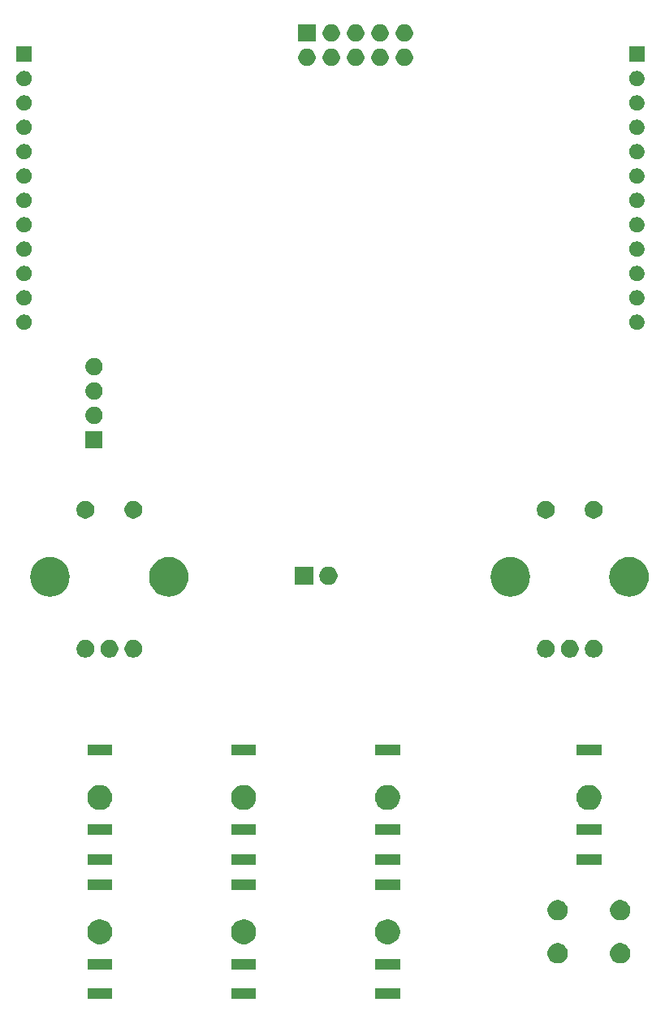
<source format=gbr>
G04 #@! TF.GenerationSoftware,KiCad,Pcbnew,(5.1.4)-1*
G04 #@! TF.CreationDate,2019-09-13T11:08:06+01:00*
G04 #@! TF.ProjectId,oscar,6f736361-722e-46b6-9963-61645f706362,rev?*
G04 #@! TF.SameCoordinates,Original*
G04 #@! TF.FileFunction,Soldermask,Top*
G04 #@! TF.FilePolarity,Negative*
%FSLAX46Y46*%
G04 Gerber Fmt 4.6, Leading zero omitted, Abs format (unit mm)*
G04 Created by KiCad (PCBNEW (5.1.4)-1) date 2019-09-13 11:08:06*
%MOMM*%
%LPD*%
G04 APERTURE LIST*
%ADD10C,0.100000*%
G04 APERTURE END LIST*
D10*
G36*
X166301000Y-158031000D02*
G01*
X163699000Y-158031000D01*
X163699000Y-156929000D01*
X166301000Y-156929000D01*
X166301000Y-158031000D01*
X166301000Y-158031000D01*
G37*
G36*
X151301000Y-158031000D02*
G01*
X148699000Y-158031000D01*
X148699000Y-156929000D01*
X151301000Y-156929000D01*
X151301000Y-158031000D01*
X151301000Y-158031000D01*
G37*
G36*
X136301000Y-158031000D02*
G01*
X133699000Y-158031000D01*
X133699000Y-156929000D01*
X136301000Y-156929000D01*
X136301000Y-158031000D01*
X136301000Y-158031000D01*
G37*
G36*
X136301000Y-154931000D02*
G01*
X133699000Y-154931000D01*
X133699000Y-153829000D01*
X136301000Y-153829000D01*
X136301000Y-154931000D01*
X136301000Y-154931000D01*
G37*
G36*
X166301000Y-154931000D02*
G01*
X163699000Y-154931000D01*
X163699000Y-153829000D01*
X166301000Y-153829000D01*
X166301000Y-154931000D01*
X166301000Y-154931000D01*
G37*
G36*
X151301000Y-154931000D02*
G01*
X148699000Y-154931000D01*
X148699000Y-153829000D01*
X151301000Y-153829000D01*
X151301000Y-154931000D01*
X151301000Y-154931000D01*
G37*
G36*
X189556564Y-152239389D02*
G01*
X189747833Y-152318615D01*
X189747835Y-152318616D01*
X189919973Y-152433635D01*
X190066365Y-152580027D01*
X190181385Y-152752167D01*
X190260611Y-152943436D01*
X190301000Y-153146484D01*
X190301000Y-153353516D01*
X190260611Y-153556564D01*
X190181385Y-153747833D01*
X190181384Y-153747835D01*
X190066365Y-153919973D01*
X189919973Y-154066365D01*
X189747835Y-154181384D01*
X189747834Y-154181385D01*
X189747833Y-154181385D01*
X189556564Y-154260611D01*
X189353516Y-154301000D01*
X189146484Y-154301000D01*
X188943436Y-154260611D01*
X188752167Y-154181385D01*
X188752166Y-154181385D01*
X188752165Y-154181384D01*
X188580027Y-154066365D01*
X188433635Y-153919973D01*
X188318616Y-153747835D01*
X188318615Y-153747833D01*
X188239389Y-153556564D01*
X188199000Y-153353516D01*
X188199000Y-153146484D01*
X188239389Y-152943436D01*
X188318615Y-152752167D01*
X188433635Y-152580027D01*
X188580027Y-152433635D01*
X188752165Y-152318616D01*
X188752167Y-152318615D01*
X188943436Y-152239389D01*
X189146484Y-152199000D01*
X189353516Y-152199000D01*
X189556564Y-152239389D01*
X189556564Y-152239389D01*
G37*
G36*
X183056564Y-152239389D02*
G01*
X183247833Y-152318615D01*
X183247835Y-152318616D01*
X183419973Y-152433635D01*
X183566365Y-152580027D01*
X183681385Y-152752167D01*
X183760611Y-152943436D01*
X183801000Y-153146484D01*
X183801000Y-153353516D01*
X183760611Y-153556564D01*
X183681385Y-153747833D01*
X183681384Y-153747835D01*
X183566365Y-153919973D01*
X183419973Y-154066365D01*
X183247835Y-154181384D01*
X183247834Y-154181385D01*
X183247833Y-154181385D01*
X183056564Y-154260611D01*
X182853516Y-154301000D01*
X182646484Y-154301000D01*
X182443436Y-154260611D01*
X182252167Y-154181385D01*
X182252166Y-154181385D01*
X182252165Y-154181384D01*
X182080027Y-154066365D01*
X181933635Y-153919973D01*
X181818616Y-153747835D01*
X181818615Y-153747833D01*
X181739389Y-153556564D01*
X181699000Y-153353516D01*
X181699000Y-153146484D01*
X181739389Y-152943436D01*
X181818615Y-152752167D01*
X181933635Y-152580027D01*
X182080027Y-152433635D01*
X182252165Y-152318616D01*
X182252167Y-152318615D01*
X182443436Y-152239389D01*
X182646484Y-152199000D01*
X182853516Y-152199000D01*
X183056564Y-152239389D01*
X183056564Y-152239389D01*
G37*
G36*
X150379487Y-149748996D02*
G01*
X150616253Y-149847068D01*
X150616255Y-149847069D01*
X150829339Y-149989447D01*
X151010553Y-150170661D01*
X151152932Y-150383747D01*
X151251004Y-150620513D01*
X151301000Y-150871861D01*
X151301000Y-151128139D01*
X151251004Y-151379487D01*
X151152932Y-151616253D01*
X151152931Y-151616255D01*
X151010553Y-151829339D01*
X150829339Y-152010553D01*
X150616255Y-152152931D01*
X150616254Y-152152932D01*
X150616253Y-152152932D01*
X150379487Y-152251004D01*
X150128139Y-152301000D01*
X149871861Y-152301000D01*
X149620513Y-152251004D01*
X149383747Y-152152932D01*
X149383746Y-152152932D01*
X149383745Y-152152931D01*
X149170661Y-152010553D01*
X148989447Y-151829339D01*
X148847069Y-151616255D01*
X148847068Y-151616253D01*
X148748996Y-151379487D01*
X148699000Y-151128139D01*
X148699000Y-150871861D01*
X148748996Y-150620513D01*
X148847068Y-150383747D01*
X148989447Y-150170661D01*
X149170661Y-149989447D01*
X149383745Y-149847069D01*
X149383747Y-149847068D01*
X149620513Y-149748996D01*
X149871861Y-149699000D01*
X150128139Y-149699000D01*
X150379487Y-149748996D01*
X150379487Y-149748996D01*
G37*
G36*
X135379487Y-149748996D02*
G01*
X135616253Y-149847068D01*
X135616255Y-149847069D01*
X135829339Y-149989447D01*
X136010553Y-150170661D01*
X136152932Y-150383747D01*
X136251004Y-150620513D01*
X136301000Y-150871861D01*
X136301000Y-151128139D01*
X136251004Y-151379487D01*
X136152932Y-151616253D01*
X136152931Y-151616255D01*
X136010553Y-151829339D01*
X135829339Y-152010553D01*
X135616255Y-152152931D01*
X135616254Y-152152932D01*
X135616253Y-152152932D01*
X135379487Y-152251004D01*
X135128139Y-152301000D01*
X134871861Y-152301000D01*
X134620513Y-152251004D01*
X134383747Y-152152932D01*
X134383746Y-152152932D01*
X134383745Y-152152931D01*
X134170661Y-152010553D01*
X133989447Y-151829339D01*
X133847069Y-151616255D01*
X133847068Y-151616253D01*
X133748996Y-151379487D01*
X133699000Y-151128139D01*
X133699000Y-150871861D01*
X133748996Y-150620513D01*
X133847068Y-150383747D01*
X133989447Y-150170661D01*
X134170661Y-149989447D01*
X134383745Y-149847069D01*
X134383747Y-149847068D01*
X134620513Y-149748996D01*
X134871861Y-149699000D01*
X135128139Y-149699000D01*
X135379487Y-149748996D01*
X135379487Y-149748996D01*
G37*
G36*
X165379487Y-149748996D02*
G01*
X165616253Y-149847068D01*
X165616255Y-149847069D01*
X165829339Y-149989447D01*
X166010553Y-150170661D01*
X166152932Y-150383747D01*
X166251004Y-150620513D01*
X166301000Y-150871861D01*
X166301000Y-151128139D01*
X166251004Y-151379487D01*
X166152932Y-151616253D01*
X166152931Y-151616255D01*
X166010553Y-151829339D01*
X165829339Y-152010553D01*
X165616255Y-152152931D01*
X165616254Y-152152932D01*
X165616253Y-152152932D01*
X165379487Y-152251004D01*
X165128139Y-152301000D01*
X164871861Y-152301000D01*
X164620513Y-152251004D01*
X164383747Y-152152932D01*
X164383746Y-152152932D01*
X164383745Y-152152931D01*
X164170661Y-152010553D01*
X163989447Y-151829339D01*
X163847069Y-151616255D01*
X163847068Y-151616253D01*
X163748996Y-151379487D01*
X163699000Y-151128139D01*
X163699000Y-150871861D01*
X163748996Y-150620513D01*
X163847068Y-150383747D01*
X163989447Y-150170661D01*
X164170661Y-149989447D01*
X164383745Y-149847069D01*
X164383747Y-149847068D01*
X164620513Y-149748996D01*
X164871861Y-149699000D01*
X165128139Y-149699000D01*
X165379487Y-149748996D01*
X165379487Y-149748996D01*
G37*
G36*
X189556564Y-147739389D02*
G01*
X189747833Y-147818615D01*
X189747835Y-147818616D01*
X189919973Y-147933635D01*
X190066365Y-148080027D01*
X190181385Y-148252167D01*
X190260611Y-148443436D01*
X190301000Y-148646484D01*
X190301000Y-148853516D01*
X190260611Y-149056564D01*
X190181385Y-149247833D01*
X190181384Y-149247835D01*
X190066365Y-149419973D01*
X189919973Y-149566365D01*
X189747835Y-149681384D01*
X189747834Y-149681385D01*
X189747833Y-149681385D01*
X189556564Y-149760611D01*
X189353516Y-149801000D01*
X189146484Y-149801000D01*
X188943436Y-149760611D01*
X188752167Y-149681385D01*
X188752166Y-149681385D01*
X188752165Y-149681384D01*
X188580027Y-149566365D01*
X188433635Y-149419973D01*
X188318616Y-149247835D01*
X188318615Y-149247833D01*
X188239389Y-149056564D01*
X188199000Y-148853516D01*
X188199000Y-148646484D01*
X188239389Y-148443436D01*
X188318615Y-148252167D01*
X188433635Y-148080027D01*
X188580027Y-147933635D01*
X188752165Y-147818616D01*
X188752167Y-147818615D01*
X188943436Y-147739389D01*
X189146484Y-147699000D01*
X189353516Y-147699000D01*
X189556564Y-147739389D01*
X189556564Y-147739389D01*
G37*
G36*
X183056564Y-147739389D02*
G01*
X183247833Y-147818615D01*
X183247835Y-147818616D01*
X183419973Y-147933635D01*
X183566365Y-148080027D01*
X183681385Y-148252167D01*
X183760611Y-148443436D01*
X183801000Y-148646484D01*
X183801000Y-148853516D01*
X183760611Y-149056564D01*
X183681385Y-149247833D01*
X183681384Y-149247835D01*
X183566365Y-149419973D01*
X183419973Y-149566365D01*
X183247835Y-149681384D01*
X183247834Y-149681385D01*
X183247833Y-149681385D01*
X183056564Y-149760611D01*
X182853516Y-149801000D01*
X182646484Y-149801000D01*
X182443436Y-149760611D01*
X182252167Y-149681385D01*
X182252166Y-149681385D01*
X182252165Y-149681384D01*
X182080027Y-149566365D01*
X181933635Y-149419973D01*
X181818616Y-149247835D01*
X181818615Y-149247833D01*
X181739389Y-149056564D01*
X181699000Y-148853516D01*
X181699000Y-148646484D01*
X181739389Y-148443436D01*
X181818615Y-148252167D01*
X181933635Y-148080027D01*
X182080027Y-147933635D01*
X182252165Y-147818616D01*
X182252167Y-147818615D01*
X182443436Y-147739389D01*
X182646484Y-147699000D01*
X182853516Y-147699000D01*
X183056564Y-147739389D01*
X183056564Y-147739389D01*
G37*
G36*
X166301000Y-146631000D02*
G01*
X163699000Y-146631000D01*
X163699000Y-145529000D01*
X166301000Y-145529000D01*
X166301000Y-146631000D01*
X166301000Y-146631000D01*
G37*
G36*
X136301000Y-146631000D02*
G01*
X133699000Y-146631000D01*
X133699000Y-145529000D01*
X136301000Y-145529000D01*
X136301000Y-146631000D01*
X136301000Y-146631000D01*
G37*
G36*
X151301000Y-146631000D02*
G01*
X148699000Y-146631000D01*
X148699000Y-145529000D01*
X151301000Y-145529000D01*
X151301000Y-146631000D01*
X151301000Y-146631000D01*
G37*
G36*
X166301000Y-144031000D02*
G01*
X163699000Y-144031000D01*
X163699000Y-142929000D01*
X166301000Y-142929000D01*
X166301000Y-144031000D01*
X166301000Y-144031000D01*
G37*
G36*
X136301000Y-144031000D02*
G01*
X133699000Y-144031000D01*
X133699000Y-142929000D01*
X136301000Y-142929000D01*
X136301000Y-144031000D01*
X136301000Y-144031000D01*
G37*
G36*
X187301000Y-144031000D02*
G01*
X184699000Y-144031000D01*
X184699000Y-142929000D01*
X187301000Y-142929000D01*
X187301000Y-144031000D01*
X187301000Y-144031000D01*
G37*
G36*
X151301000Y-144031000D02*
G01*
X148699000Y-144031000D01*
X148699000Y-142929000D01*
X151301000Y-142929000D01*
X151301000Y-144031000D01*
X151301000Y-144031000D01*
G37*
G36*
X136301000Y-140931000D02*
G01*
X133699000Y-140931000D01*
X133699000Y-139829000D01*
X136301000Y-139829000D01*
X136301000Y-140931000D01*
X136301000Y-140931000D01*
G37*
G36*
X151301000Y-140931000D02*
G01*
X148699000Y-140931000D01*
X148699000Y-139829000D01*
X151301000Y-139829000D01*
X151301000Y-140931000D01*
X151301000Y-140931000D01*
G37*
G36*
X187301000Y-140931000D02*
G01*
X184699000Y-140931000D01*
X184699000Y-139829000D01*
X187301000Y-139829000D01*
X187301000Y-140931000D01*
X187301000Y-140931000D01*
G37*
G36*
X166301000Y-140931000D02*
G01*
X163699000Y-140931000D01*
X163699000Y-139829000D01*
X166301000Y-139829000D01*
X166301000Y-140931000D01*
X166301000Y-140931000D01*
G37*
G36*
X135379487Y-135748996D02*
G01*
X135616253Y-135847068D01*
X135616255Y-135847069D01*
X135829339Y-135989447D01*
X136010553Y-136170661D01*
X136152932Y-136383747D01*
X136251004Y-136620513D01*
X136301000Y-136871861D01*
X136301000Y-137128139D01*
X136251004Y-137379487D01*
X136152932Y-137616253D01*
X136152931Y-137616255D01*
X136010553Y-137829339D01*
X135829339Y-138010553D01*
X135616255Y-138152931D01*
X135616254Y-138152932D01*
X135616253Y-138152932D01*
X135379487Y-138251004D01*
X135128139Y-138301000D01*
X134871861Y-138301000D01*
X134620513Y-138251004D01*
X134383747Y-138152932D01*
X134383746Y-138152932D01*
X134383745Y-138152931D01*
X134170661Y-138010553D01*
X133989447Y-137829339D01*
X133847069Y-137616255D01*
X133847068Y-137616253D01*
X133748996Y-137379487D01*
X133699000Y-137128139D01*
X133699000Y-136871861D01*
X133748996Y-136620513D01*
X133847068Y-136383747D01*
X133989447Y-136170661D01*
X134170661Y-135989447D01*
X134383745Y-135847069D01*
X134383747Y-135847068D01*
X134620513Y-135748996D01*
X134871861Y-135699000D01*
X135128139Y-135699000D01*
X135379487Y-135748996D01*
X135379487Y-135748996D01*
G37*
G36*
X186379487Y-135748996D02*
G01*
X186616253Y-135847068D01*
X186616255Y-135847069D01*
X186829339Y-135989447D01*
X187010553Y-136170661D01*
X187152932Y-136383747D01*
X187251004Y-136620513D01*
X187301000Y-136871861D01*
X187301000Y-137128139D01*
X187251004Y-137379487D01*
X187152932Y-137616253D01*
X187152931Y-137616255D01*
X187010553Y-137829339D01*
X186829339Y-138010553D01*
X186616255Y-138152931D01*
X186616254Y-138152932D01*
X186616253Y-138152932D01*
X186379487Y-138251004D01*
X186128139Y-138301000D01*
X185871861Y-138301000D01*
X185620513Y-138251004D01*
X185383747Y-138152932D01*
X185383746Y-138152932D01*
X185383745Y-138152931D01*
X185170661Y-138010553D01*
X184989447Y-137829339D01*
X184847069Y-137616255D01*
X184847068Y-137616253D01*
X184748996Y-137379487D01*
X184699000Y-137128139D01*
X184699000Y-136871861D01*
X184748996Y-136620513D01*
X184847068Y-136383747D01*
X184989447Y-136170661D01*
X185170661Y-135989447D01*
X185383745Y-135847069D01*
X185383747Y-135847068D01*
X185620513Y-135748996D01*
X185871861Y-135699000D01*
X186128139Y-135699000D01*
X186379487Y-135748996D01*
X186379487Y-135748996D01*
G37*
G36*
X165379487Y-135748996D02*
G01*
X165616253Y-135847068D01*
X165616255Y-135847069D01*
X165829339Y-135989447D01*
X166010553Y-136170661D01*
X166152932Y-136383747D01*
X166251004Y-136620513D01*
X166301000Y-136871861D01*
X166301000Y-137128139D01*
X166251004Y-137379487D01*
X166152932Y-137616253D01*
X166152931Y-137616255D01*
X166010553Y-137829339D01*
X165829339Y-138010553D01*
X165616255Y-138152931D01*
X165616254Y-138152932D01*
X165616253Y-138152932D01*
X165379487Y-138251004D01*
X165128139Y-138301000D01*
X164871861Y-138301000D01*
X164620513Y-138251004D01*
X164383747Y-138152932D01*
X164383746Y-138152932D01*
X164383745Y-138152931D01*
X164170661Y-138010553D01*
X163989447Y-137829339D01*
X163847069Y-137616255D01*
X163847068Y-137616253D01*
X163748996Y-137379487D01*
X163699000Y-137128139D01*
X163699000Y-136871861D01*
X163748996Y-136620513D01*
X163847068Y-136383747D01*
X163989447Y-136170661D01*
X164170661Y-135989447D01*
X164383745Y-135847069D01*
X164383747Y-135847068D01*
X164620513Y-135748996D01*
X164871861Y-135699000D01*
X165128139Y-135699000D01*
X165379487Y-135748996D01*
X165379487Y-135748996D01*
G37*
G36*
X150379487Y-135748996D02*
G01*
X150616253Y-135847068D01*
X150616255Y-135847069D01*
X150829339Y-135989447D01*
X151010553Y-136170661D01*
X151152932Y-136383747D01*
X151251004Y-136620513D01*
X151301000Y-136871861D01*
X151301000Y-137128139D01*
X151251004Y-137379487D01*
X151152932Y-137616253D01*
X151152931Y-137616255D01*
X151010553Y-137829339D01*
X150829339Y-138010553D01*
X150616255Y-138152931D01*
X150616254Y-138152932D01*
X150616253Y-138152932D01*
X150379487Y-138251004D01*
X150128139Y-138301000D01*
X149871861Y-138301000D01*
X149620513Y-138251004D01*
X149383747Y-138152932D01*
X149383746Y-138152932D01*
X149383745Y-138152931D01*
X149170661Y-138010553D01*
X148989447Y-137829339D01*
X148847069Y-137616255D01*
X148847068Y-137616253D01*
X148748996Y-137379487D01*
X148699000Y-137128139D01*
X148699000Y-136871861D01*
X148748996Y-136620513D01*
X148847068Y-136383747D01*
X148989447Y-136170661D01*
X149170661Y-135989447D01*
X149383745Y-135847069D01*
X149383747Y-135847068D01*
X149620513Y-135748996D01*
X149871861Y-135699000D01*
X150128139Y-135699000D01*
X150379487Y-135748996D01*
X150379487Y-135748996D01*
G37*
G36*
X166301000Y-132631000D02*
G01*
X163699000Y-132631000D01*
X163699000Y-131529000D01*
X166301000Y-131529000D01*
X166301000Y-132631000D01*
X166301000Y-132631000D01*
G37*
G36*
X136301000Y-132631000D02*
G01*
X133699000Y-132631000D01*
X133699000Y-131529000D01*
X136301000Y-131529000D01*
X136301000Y-132631000D01*
X136301000Y-132631000D01*
G37*
G36*
X151301000Y-132631000D02*
G01*
X148699000Y-132631000D01*
X148699000Y-131529000D01*
X151301000Y-131529000D01*
X151301000Y-132631000D01*
X151301000Y-132631000D01*
G37*
G36*
X187301000Y-132631000D02*
G01*
X184699000Y-132631000D01*
X184699000Y-131529000D01*
X187301000Y-131529000D01*
X187301000Y-132631000D01*
X187301000Y-132631000D01*
G37*
G36*
X133770104Y-120609585D02*
G01*
X133938626Y-120679389D01*
X134090291Y-120780728D01*
X134219272Y-120909709D01*
X134320611Y-121061374D01*
X134390415Y-121229896D01*
X134426000Y-121408797D01*
X134426000Y-121591203D01*
X134390415Y-121770104D01*
X134320611Y-121938626D01*
X134219272Y-122090291D01*
X134090291Y-122219272D01*
X133938626Y-122320611D01*
X133770104Y-122390415D01*
X133591203Y-122426000D01*
X133408797Y-122426000D01*
X133229896Y-122390415D01*
X133061374Y-122320611D01*
X132909709Y-122219272D01*
X132780728Y-122090291D01*
X132679389Y-121938626D01*
X132609585Y-121770104D01*
X132574000Y-121591203D01*
X132574000Y-121408797D01*
X132609585Y-121229896D01*
X132679389Y-121061374D01*
X132780728Y-120909709D01*
X132909709Y-120780728D01*
X133061374Y-120679389D01*
X133229896Y-120609585D01*
X133408797Y-120574000D01*
X133591203Y-120574000D01*
X133770104Y-120609585D01*
X133770104Y-120609585D01*
G37*
G36*
X136270104Y-120609585D02*
G01*
X136438626Y-120679389D01*
X136590291Y-120780728D01*
X136719272Y-120909709D01*
X136820611Y-121061374D01*
X136890415Y-121229896D01*
X136926000Y-121408797D01*
X136926000Y-121591203D01*
X136890415Y-121770104D01*
X136820611Y-121938626D01*
X136719272Y-122090291D01*
X136590291Y-122219272D01*
X136438626Y-122320611D01*
X136270104Y-122390415D01*
X136091203Y-122426000D01*
X135908797Y-122426000D01*
X135729896Y-122390415D01*
X135561374Y-122320611D01*
X135409709Y-122219272D01*
X135280728Y-122090291D01*
X135179389Y-121938626D01*
X135109585Y-121770104D01*
X135074000Y-121591203D01*
X135074000Y-121408797D01*
X135109585Y-121229896D01*
X135179389Y-121061374D01*
X135280728Y-120909709D01*
X135409709Y-120780728D01*
X135561374Y-120679389D01*
X135729896Y-120609585D01*
X135908797Y-120574000D01*
X136091203Y-120574000D01*
X136270104Y-120609585D01*
X136270104Y-120609585D01*
G37*
G36*
X138770104Y-120609585D02*
G01*
X138938626Y-120679389D01*
X139090291Y-120780728D01*
X139219272Y-120909709D01*
X139320611Y-121061374D01*
X139390415Y-121229896D01*
X139426000Y-121408797D01*
X139426000Y-121591203D01*
X139390415Y-121770104D01*
X139320611Y-121938626D01*
X139219272Y-122090291D01*
X139090291Y-122219272D01*
X138938626Y-122320611D01*
X138770104Y-122390415D01*
X138591203Y-122426000D01*
X138408797Y-122426000D01*
X138229896Y-122390415D01*
X138061374Y-122320611D01*
X137909709Y-122219272D01*
X137780728Y-122090291D01*
X137679389Y-121938626D01*
X137609585Y-121770104D01*
X137574000Y-121591203D01*
X137574000Y-121408797D01*
X137609585Y-121229896D01*
X137679389Y-121061374D01*
X137780728Y-120909709D01*
X137909709Y-120780728D01*
X138061374Y-120679389D01*
X138229896Y-120609585D01*
X138408797Y-120574000D01*
X138591203Y-120574000D01*
X138770104Y-120609585D01*
X138770104Y-120609585D01*
G37*
G36*
X181770104Y-120609585D02*
G01*
X181938626Y-120679389D01*
X182090291Y-120780728D01*
X182219272Y-120909709D01*
X182320611Y-121061374D01*
X182390415Y-121229896D01*
X182426000Y-121408797D01*
X182426000Y-121591203D01*
X182390415Y-121770104D01*
X182320611Y-121938626D01*
X182219272Y-122090291D01*
X182090291Y-122219272D01*
X181938626Y-122320611D01*
X181770104Y-122390415D01*
X181591203Y-122426000D01*
X181408797Y-122426000D01*
X181229896Y-122390415D01*
X181061374Y-122320611D01*
X180909709Y-122219272D01*
X180780728Y-122090291D01*
X180679389Y-121938626D01*
X180609585Y-121770104D01*
X180574000Y-121591203D01*
X180574000Y-121408797D01*
X180609585Y-121229896D01*
X180679389Y-121061374D01*
X180780728Y-120909709D01*
X180909709Y-120780728D01*
X181061374Y-120679389D01*
X181229896Y-120609585D01*
X181408797Y-120574000D01*
X181591203Y-120574000D01*
X181770104Y-120609585D01*
X181770104Y-120609585D01*
G37*
G36*
X184270104Y-120609585D02*
G01*
X184438626Y-120679389D01*
X184590291Y-120780728D01*
X184719272Y-120909709D01*
X184820611Y-121061374D01*
X184890415Y-121229896D01*
X184926000Y-121408797D01*
X184926000Y-121591203D01*
X184890415Y-121770104D01*
X184820611Y-121938626D01*
X184719272Y-122090291D01*
X184590291Y-122219272D01*
X184438626Y-122320611D01*
X184270104Y-122390415D01*
X184091203Y-122426000D01*
X183908797Y-122426000D01*
X183729896Y-122390415D01*
X183561374Y-122320611D01*
X183409709Y-122219272D01*
X183280728Y-122090291D01*
X183179389Y-121938626D01*
X183109585Y-121770104D01*
X183074000Y-121591203D01*
X183074000Y-121408797D01*
X183109585Y-121229896D01*
X183179389Y-121061374D01*
X183280728Y-120909709D01*
X183409709Y-120780728D01*
X183561374Y-120679389D01*
X183729896Y-120609585D01*
X183908797Y-120574000D01*
X184091203Y-120574000D01*
X184270104Y-120609585D01*
X184270104Y-120609585D01*
G37*
G36*
X186770104Y-120609585D02*
G01*
X186938626Y-120679389D01*
X187090291Y-120780728D01*
X187219272Y-120909709D01*
X187320611Y-121061374D01*
X187390415Y-121229896D01*
X187426000Y-121408797D01*
X187426000Y-121591203D01*
X187390415Y-121770104D01*
X187320611Y-121938626D01*
X187219272Y-122090291D01*
X187090291Y-122219272D01*
X186938626Y-122320611D01*
X186770104Y-122390415D01*
X186591203Y-122426000D01*
X186408797Y-122426000D01*
X186229896Y-122390415D01*
X186061374Y-122320611D01*
X185909709Y-122219272D01*
X185780728Y-122090291D01*
X185679389Y-121938626D01*
X185609585Y-121770104D01*
X185574000Y-121591203D01*
X185574000Y-121408797D01*
X185609585Y-121229896D01*
X185679389Y-121061374D01*
X185780728Y-120909709D01*
X185909709Y-120780728D01*
X186061374Y-120679389D01*
X186229896Y-120609585D01*
X186408797Y-120574000D01*
X186591203Y-120574000D01*
X186770104Y-120609585D01*
X186770104Y-120609585D01*
G37*
G36*
X190401189Y-111958892D02*
G01*
X190602066Y-111978677D01*
X190988681Y-112095955D01*
X190988684Y-112095956D01*
X191344983Y-112286402D01*
X191344986Y-112286404D01*
X191344987Y-112286405D01*
X191657293Y-112542707D01*
X191913595Y-112855013D01*
X191913598Y-112855017D01*
X192104044Y-113211316D01*
X192104045Y-113211319D01*
X192221323Y-113597934D01*
X192260923Y-114000000D01*
X192221323Y-114402066D01*
X192189726Y-114506227D01*
X192104044Y-114788684D01*
X191913598Y-115144983D01*
X191913596Y-115144986D01*
X191913595Y-115144987D01*
X191657293Y-115457293D01*
X191344987Y-115713595D01*
X191344983Y-115713598D01*
X190988684Y-115904044D01*
X190988681Y-115904045D01*
X190602066Y-116021323D01*
X190401189Y-116041108D01*
X190300751Y-116051000D01*
X190099249Y-116051000D01*
X189998811Y-116041108D01*
X189797934Y-116021323D01*
X189411319Y-115904045D01*
X189411316Y-115904044D01*
X189055017Y-115713598D01*
X189055013Y-115713595D01*
X188742707Y-115457293D01*
X188486405Y-115144987D01*
X188486404Y-115144986D01*
X188486402Y-115144983D01*
X188295956Y-114788684D01*
X188210274Y-114506227D01*
X188178677Y-114402066D01*
X188139077Y-114000000D01*
X188178677Y-113597934D01*
X188295955Y-113211319D01*
X188295956Y-113211316D01*
X188486402Y-112855017D01*
X188486405Y-112855013D01*
X188742707Y-112542707D01*
X189055013Y-112286405D01*
X189055014Y-112286404D01*
X189055017Y-112286402D01*
X189411316Y-112095956D01*
X189411319Y-112095955D01*
X189797934Y-111978677D01*
X189998811Y-111958892D01*
X190099249Y-111949000D01*
X190300751Y-111949000D01*
X190401189Y-111958892D01*
X190401189Y-111958892D01*
G37*
G36*
X142401189Y-111958892D02*
G01*
X142602066Y-111978677D01*
X142988681Y-112095955D01*
X142988684Y-112095956D01*
X143344983Y-112286402D01*
X143344986Y-112286404D01*
X143344987Y-112286405D01*
X143657293Y-112542707D01*
X143913595Y-112855013D01*
X143913598Y-112855017D01*
X144104044Y-113211316D01*
X144104045Y-113211319D01*
X144221323Y-113597934D01*
X144260923Y-114000000D01*
X144221323Y-114402066D01*
X144189726Y-114506227D01*
X144104044Y-114788684D01*
X143913598Y-115144983D01*
X143913596Y-115144986D01*
X143913595Y-115144987D01*
X143657293Y-115457293D01*
X143344987Y-115713595D01*
X143344983Y-115713598D01*
X142988684Y-115904044D01*
X142988681Y-115904045D01*
X142602066Y-116021323D01*
X142401189Y-116041108D01*
X142300751Y-116051000D01*
X142099249Y-116051000D01*
X141998811Y-116041108D01*
X141797934Y-116021323D01*
X141411319Y-115904045D01*
X141411316Y-115904044D01*
X141055017Y-115713598D01*
X141055013Y-115713595D01*
X140742707Y-115457293D01*
X140486405Y-115144987D01*
X140486404Y-115144986D01*
X140486402Y-115144983D01*
X140295956Y-114788684D01*
X140210274Y-114506227D01*
X140178677Y-114402066D01*
X140139077Y-114000000D01*
X140178677Y-113597934D01*
X140295955Y-113211319D01*
X140295956Y-113211316D01*
X140486402Y-112855017D01*
X140486405Y-112855013D01*
X140742707Y-112542707D01*
X141055013Y-112286405D01*
X141055014Y-112286404D01*
X141055017Y-112286402D01*
X141411316Y-112095956D01*
X141411319Y-112095955D01*
X141797934Y-111978677D01*
X141998811Y-111958892D01*
X142099249Y-111949000D01*
X142300751Y-111949000D01*
X142401189Y-111958892D01*
X142401189Y-111958892D01*
G37*
G36*
X130001189Y-111958892D02*
G01*
X130202066Y-111978677D01*
X130588681Y-112095955D01*
X130588684Y-112095956D01*
X130944983Y-112286402D01*
X130944986Y-112286404D01*
X130944987Y-112286405D01*
X131257293Y-112542707D01*
X131513595Y-112855013D01*
X131513598Y-112855017D01*
X131704044Y-113211316D01*
X131704045Y-113211319D01*
X131821323Y-113597934D01*
X131860923Y-114000000D01*
X131821323Y-114402066D01*
X131789726Y-114506227D01*
X131704044Y-114788684D01*
X131513598Y-115144983D01*
X131513596Y-115144986D01*
X131513595Y-115144987D01*
X131257293Y-115457293D01*
X130944987Y-115713595D01*
X130944983Y-115713598D01*
X130588684Y-115904044D01*
X130588681Y-115904045D01*
X130202066Y-116021323D01*
X130001189Y-116041108D01*
X129900751Y-116051000D01*
X129699249Y-116051000D01*
X129598811Y-116041108D01*
X129397934Y-116021323D01*
X129011319Y-115904045D01*
X129011316Y-115904044D01*
X128655017Y-115713598D01*
X128655013Y-115713595D01*
X128342707Y-115457293D01*
X128086405Y-115144987D01*
X128086404Y-115144986D01*
X128086402Y-115144983D01*
X127895956Y-114788684D01*
X127810274Y-114506227D01*
X127778677Y-114402066D01*
X127739077Y-114000000D01*
X127778677Y-113597934D01*
X127895955Y-113211319D01*
X127895956Y-113211316D01*
X128086402Y-112855017D01*
X128086405Y-112855013D01*
X128342707Y-112542707D01*
X128655013Y-112286405D01*
X128655014Y-112286404D01*
X128655017Y-112286402D01*
X129011316Y-112095956D01*
X129011319Y-112095955D01*
X129397934Y-111978677D01*
X129598811Y-111958892D01*
X129699249Y-111949000D01*
X129900751Y-111949000D01*
X130001189Y-111958892D01*
X130001189Y-111958892D01*
G37*
G36*
X178001189Y-111958892D02*
G01*
X178202066Y-111978677D01*
X178588681Y-112095955D01*
X178588684Y-112095956D01*
X178944983Y-112286402D01*
X178944986Y-112286404D01*
X178944987Y-112286405D01*
X179257293Y-112542707D01*
X179513595Y-112855013D01*
X179513598Y-112855017D01*
X179704044Y-113211316D01*
X179704045Y-113211319D01*
X179821323Y-113597934D01*
X179860923Y-114000000D01*
X179821323Y-114402066D01*
X179789726Y-114506227D01*
X179704044Y-114788684D01*
X179513598Y-115144983D01*
X179513596Y-115144986D01*
X179513595Y-115144987D01*
X179257293Y-115457293D01*
X178944987Y-115713595D01*
X178944983Y-115713598D01*
X178588684Y-115904044D01*
X178588681Y-115904045D01*
X178202066Y-116021323D01*
X178001189Y-116041108D01*
X177900751Y-116051000D01*
X177699249Y-116051000D01*
X177598811Y-116041108D01*
X177397934Y-116021323D01*
X177011319Y-115904045D01*
X177011316Y-115904044D01*
X176655017Y-115713598D01*
X176655013Y-115713595D01*
X176342707Y-115457293D01*
X176086405Y-115144987D01*
X176086404Y-115144986D01*
X176086402Y-115144983D01*
X175895956Y-114788684D01*
X175810274Y-114506227D01*
X175778677Y-114402066D01*
X175739077Y-114000000D01*
X175778677Y-113597934D01*
X175895955Y-113211319D01*
X175895956Y-113211316D01*
X176086402Y-112855017D01*
X176086405Y-112855013D01*
X176342707Y-112542707D01*
X176655013Y-112286405D01*
X176655014Y-112286404D01*
X176655017Y-112286402D01*
X177011316Y-112095956D01*
X177011319Y-112095955D01*
X177397934Y-111978677D01*
X177598811Y-111958892D01*
X177699249Y-111949000D01*
X177900751Y-111949000D01*
X178001189Y-111958892D01*
X178001189Y-111958892D01*
G37*
G36*
X157251000Y-114851000D02*
G01*
X155349000Y-114851000D01*
X155349000Y-112949000D01*
X157251000Y-112949000D01*
X157251000Y-114851000D01*
X157251000Y-114851000D01*
G37*
G36*
X159117395Y-112985546D02*
G01*
X159290466Y-113057234D01*
X159290467Y-113057235D01*
X159446227Y-113161310D01*
X159578690Y-113293773D01*
X159578691Y-113293775D01*
X159682766Y-113449534D01*
X159754454Y-113622605D01*
X159791000Y-113806333D01*
X159791000Y-113993667D01*
X159754454Y-114177395D01*
X159682766Y-114350466D01*
X159682765Y-114350467D01*
X159578690Y-114506227D01*
X159446227Y-114638690D01*
X159367818Y-114691081D01*
X159290466Y-114742766D01*
X159117395Y-114814454D01*
X158933667Y-114851000D01*
X158746333Y-114851000D01*
X158562605Y-114814454D01*
X158389534Y-114742766D01*
X158312182Y-114691081D01*
X158233773Y-114638690D01*
X158101310Y-114506227D01*
X157997235Y-114350467D01*
X157997234Y-114350466D01*
X157925546Y-114177395D01*
X157889000Y-113993667D01*
X157889000Y-113806333D01*
X157925546Y-113622605D01*
X157997234Y-113449534D01*
X158101309Y-113293775D01*
X158101310Y-113293773D01*
X158233773Y-113161310D01*
X158389533Y-113057235D01*
X158389534Y-113057234D01*
X158562605Y-112985546D01*
X158746333Y-112949000D01*
X158933667Y-112949000D01*
X159117395Y-112985546D01*
X159117395Y-112985546D01*
G37*
G36*
X138770104Y-106109585D02*
G01*
X138938626Y-106179389D01*
X139090291Y-106280728D01*
X139219272Y-106409709D01*
X139320611Y-106561374D01*
X139390415Y-106729896D01*
X139426000Y-106908797D01*
X139426000Y-107091203D01*
X139390415Y-107270104D01*
X139320611Y-107438626D01*
X139219272Y-107590291D01*
X139090291Y-107719272D01*
X138938626Y-107820611D01*
X138770104Y-107890415D01*
X138591203Y-107926000D01*
X138408797Y-107926000D01*
X138229896Y-107890415D01*
X138061374Y-107820611D01*
X137909709Y-107719272D01*
X137780728Y-107590291D01*
X137679389Y-107438626D01*
X137609585Y-107270104D01*
X137574000Y-107091203D01*
X137574000Y-106908797D01*
X137609585Y-106729896D01*
X137679389Y-106561374D01*
X137780728Y-106409709D01*
X137909709Y-106280728D01*
X138061374Y-106179389D01*
X138229896Y-106109585D01*
X138408797Y-106074000D01*
X138591203Y-106074000D01*
X138770104Y-106109585D01*
X138770104Y-106109585D01*
G37*
G36*
X181770104Y-106109585D02*
G01*
X181938626Y-106179389D01*
X182090291Y-106280728D01*
X182219272Y-106409709D01*
X182320611Y-106561374D01*
X182390415Y-106729896D01*
X182426000Y-106908797D01*
X182426000Y-107091203D01*
X182390415Y-107270104D01*
X182320611Y-107438626D01*
X182219272Y-107590291D01*
X182090291Y-107719272D01*
X181938626Y-107820611D01*
X181770104Y-107890415D01*
X181591203Y-107926000D01*
X181408797Y-107926000D01*
X181229896Y-107890415D01*
X181061374Y-107820611D01*
X180909709Y-107719272D01*
X180780728Y-107590291D01*
X180679389Y-107438626D01*
X180609585Y-107270104D01*
X180574000Y-107091203D01*
X180574000Y-106908797D01*
X180609585Y-106729896D01*
X180679389Y-106561374D01*
X180780728Y-106409709D01*
X180909709Y-106280728D01*
X181061374Y-106179389D01*
X181229896Y-106109585D01*
X181408797Y-106074000D01*
X181591203Y-106074000D01*
X181770104Y-106109585D01*
X181770104Y-106109585D01*
G37*
G36*
X133770104Y-106109585D02*
G01*
X133938626Y-106179389D01*
X134090291Y-106280728D01*
X134219272Y-106409709D01*
X134320611Y-106561374D01*
X134390415Y-106729896D01*
X134426000Y-106908797D01*
X134426000Y-107091203D01*
X134390415Y-107270104D01*
X134320611Y-107438626D01*
X134219272Y-107590291D01*
X134090291Y-107719272D01*
X133938626Y-107820611D01*
X133770104Y-107890415D01*
X133591203Y-107926000D01*
X133408797Y-107926000D01*
X133229896Y-107890415D01*
X133061374Y-107820611D01*
X132909709Y-107719272D01*
X132780728Y-107590291D01*
X132679389Y-107438626D01*
X132609585Y-107270104D01*
X132574000Y-107091203D01*
X132574000Y-106908797D01*
X132609585Y-106729896D01*
X132679389Y-106561374D01*
X132780728Y-106409709D01*
X132909709Y-106280728D01*
X133061374Y-106179389D01*
X133229896Y-106109585D01*
X133408797Y-106074000D01*
X133591203Y-106074000D01*
X133770104Y-106109585D01*
X133770104Y-106109585D01*
G37*
G36*
X186770104Y-106109585D02*
G01*
X186938626Y-106179389D01*
X187090291Y-106280728D01*
X187219272Y-106409709D01*
X187320611Y-106561374D01*
X187390415Y-106729896D01*
X187426000Y-106908797D01*
X187426000Y-107091203D01*
X187390415Y-107270104D01*
X187320611Y-107438626D01*
X187219272Y-107590291D01*
X187090291Y-107719272D01*
X186938626Y-107820611D01*
X186770104Y-107890415D01*
X186591203Y-107926000D01*
X186408797Y-107926000D01*
X186229896Y-107890415D01*
X186061374Y-107820611D01*
X185909709Y-107719272D01*
X185780728Y-107590291D01*
X185679389Y-107438626D01*
X185609585Y-107270104D01*
X185574000Y-107091203D01*
X185574000Y-106908797D01*
X185609585Y-106729896D01*
X185679389Y-106561374D01*
X185780728Y-106409709D01*
X185909709Y-106280728D01*
X186061374Y-106179389D01*
X186229896Y-106109585D01*
X186408797Y-106074000D01*
X186591203Y-106074000D01*
X186770104Y-106109585D01*
X186770104Y-106109585D01*
G37*
G36*
X135301000Y-100601000D02*
G01*
X133499000Y-100601000D01*
X133499000Y-98799000D01*
X135301000Y-98799000D01*
X135301000Y-100601000D01*
X135301000Y-100601000D01*
G37*
G36*
X134513512Y-96263927D02*
G01*
X134662812Y-96293624D01*
X134826784Y-96361544D01*
X134974354Y-96460147D01*
X135099853Y-96585646D01*
X135198456Y-96733216D01*
X135266376Y-96897188D01*
X135301000Y-97071259D01*
X135301000Y-97248741D01*
X135266376Y-97422812D01*
X135198456Y-97586784D01*
X135099853Y-97734354D01*
X134974354Y-97859853D01*
X134826784Y-97958456D01*
X134662812Y-98026376D01*
X134513512Y-98056073D01*
X134488742Y-98061000D01*
X134311258Y-98061000D01*
X134286488Y-98056073D01*
X134137188Y-98026376D01*
X133973216Y-97958456D01*
X133825646Y-97859853D01*
X133700147Y-97734354D01*
X133601544Y-97586784D01*
X133533624Y-97422812D01*
X133499000Y-97248741D01*
X133499000Y-97071259D01*
X133533624Y-96897188D01*
X133601544Y-96733216D01*
X133700147Y-96585646D01*
X133825646Y-96460147D01*
X133973216Y-96361544D01*
X134137188Y-96293624D01*
X134286488Y-96263927D01*
X134311258Y-96259000D01*
X134488742Y-96259000D01*
X134513512Y-96263927D01*
X134513512Y-96263927D01*
G37*
G36*
X134513512Y-93723927D02*
G01*
X134662812Y-93753624D01*
X134826784Y-93821544D01*
X134974354Y-93920147D01*
X135099853Y-94045646D01*
X135198456Y-94193216D01*
X135266376Y-94357188D01*
X135301000Y-94531259D01*
X135301000Y-94708741D01*
X135266376Y-94882812D01*
X135198456Y-95046784D01*
X135099853Y-95194354D01*
X134974354Y-95319853D01*
X134826784Y-95418456D01*
X134662812Y-95486376D01*
X134513512Y-95516073D01*
X134488742Y-95521000D01*
X134311258Y-95521000D01*
X134286488Y-95516073D01*
X134137188Y-95486376D01*
X133973216Y-95418456D01*
X133825646Y-95319853D01*
X133700147Y-95194354D01*
X133601544Y-95046784D01*
X133533624Y-94882812D01*
X133499000Y-94708741D01*
X133499000Y-94531259D01*
X133533624Y-94357188D01*
X133601544Y-94193216D01*
X133700147Y-94045646D01*
X133825646Y-93920147D01*
X133973216Y-93821544D01*
X134137188Y-93753624D01*
X134286488Y-93723927D01*
X134311258Y-93719000D01*
X134488742Y-93719000D01*
X134513512Y-93723927D01*
X134513512Y-93723927D01*
G37*
G36*
X134513512Y-91183927D02*
G01*
X134662812Y-91213624D01*
X134826784Y-91281544D01*
X134974354Y-91380147D01*
X135099853Y-91505646D01*
X135198456Y-91653216D01*
X135266376Y-91817188D01*
X135301000Y-91991259D01*
X135301000Y-92168741D01*
X135266376Y-92342812D01*
X135198456Y-92506784D01*
X135099853Y-92654354D01*
X134974354Y-92779853D01*
X134826784Y-92878456D01*
X134662812Y-92946376D01*
X134513512Y-92976073D01*
X134488742Y-92981000D01*
X134311258Y-92981000D01*
X134286488Y-92976073D01*
X134137188Y-92946376D01*
X133973216Y-92878456D01*
X133825646Y-92779853D01*
X133700147Y-92654354D01*
X133601544Y-92506784D01*
X133533624Y-92342812D01*
X133499000Y-92168741D01*
X133499000Y-91991259D01*
X133533624Y-91817188D01*
X133601544Y-91653216D01*
X133700147Y-91505646D01*
X133825646Y-91380147D01*
X133973216Y-91281544D01*
X134137188Y-91213624D01*
X134286488Y-91183927D01*
X134311258Y-91179000D01*
X134488742Y-91179000D01*
X134513512Y-91183927D01*
X134513512Y-91183927D01*
G37*
G36*
X191233642Y-86669781D02*
G01*
X191379414Y-86730162D01*
X191379416Y-86730163D01*
X191510608Y-86817822D01*
X191622178Y-86929392D01*
X191709837Y-87060584D01*
X191709838Y-87060586D01*
X191770219Y-87206358D01*
X191801000Y-87361107D01*
X191801000Y-87518893D01*
X191770219Y-87673642D01*
X191709838Y-87819414D01*
X191709837Y-87819416D01*
X191622178Y-87950608D01*
X191510608Y-88062178D01*
X191379416Y-88149837D01*
X191379415Y-88149838D01*
X191379414Y-88149838D01*
X191233642Y-88210219D01*
X191078893Y-88241000D01*
X190921107Y-88241000D01*
X190766358Y-88210219D01*
X190620586Y-88149838D01*
X190620585Y-88149838D01*
X190620584Y-88149837D01*
X190489392Y-88062178D01*
X190377822Y-87950608D01*
X190290163Y-87819416D01*
X190290162Y-87819414D01*
X190229781Y-87673642D01*
X190199000Y-87518893D01*
X190199000Y-87361107D01*
X190229781Y-87206358D01*
X190290162Y-87060586D01*
X190290163Y-87060584D01*
X190377822Y-86929392D01*
X190489392Y-86817822D01*
X190620584Y-86730163D01*
X190620586Y-86730162D01*
X190766358Y-86669781D01*
X190921107Y-86639000D01*
X191078893Y-86639000D01*
X191233642Y-86669781D01*
X191233642Y-86669781D01*
G37*
G36*
X127333642Y-86669781D02*
G01*
X127479414Y-86730162D01*
X127479416Y-86730163D01*
X127610608Y-86817822D01*
X127722178Y-86929392D01*
X127809837Y-87060584D01*
X127809838Y-87060586D01*
X127870219Y-87206358D01*
X127901000Y-87361107D01*
X127901000Y-87518893D01*
X127870219Y-87673642D01*
X127809838Y-87819414D01*
X127809837Y-87819416D01*
X127722178Y-87950608D01*
X127610608Y-88062178D01*
X127479416Y-88149837D01*
X127479415Y-88149838D01*
X127479414Y-88149838D01*
X127333642Y-88210219D01*
X127178893Y-88241000D01*
X127021107Y-88241000D01*
X126866358Y-88210219D01*
X126720586Y-88149838D01*
X126720585Y-88149838D01*
X126720584Y-88149837D01*
X126589392Y-88062178D01*
X126477822Y-87950608D01*
X126390163Y-87819416D01*
X126390162Y-87819414D01*
X126329781Y-87673642D01*
X126299000Y-87518893D01*
X126299000Y-87361107D01*
X126329781Y-87206358D01*
X126390162Y-87060586D01*
X126390163Y-87060584D01*
X126477822Y-86929392D01*
X126589392Y-86817822D01*
X126720584Y-86730163D01*
X126720586Y-86730162D01*
X126866358Y-86669781D01*
X127021107Y-86639000D01*
X127178893Y-86639000D01*
X127333642Y-86669781D01*
X127333642Y-86669781D01*
G37*
G36*
X191233642Y-84129781D02*
G01*
X191379414Y-84190162D01*
X191379416Y-84190163D01*
X191510608Y-84277822D01*
X191622178Y-84389392D01*
X191709837Y-84520584D01*
X191709838Y-84520586D01*
X191770219Y-84666358D01*
X191801000Y-84821107D01*
X191801000Y-84978893D01*
X191770219Y-85133642D01*
X191709838Y-85279414D01*
X191709837Y-85279416D01*
X191622178Y-85410608D01*
X191510608Y-85522178D01*
X191379416Y-85609837D01*
X191379415Y-85609838D01*
X191379414Y-85609838D01*
X191233642Y-85670219D01*
X191078893Y-85701000D01*
X190921107Y-85701000D01*
X190766358Y-85670219D01*
X190620586Y-85609838D01*
X190620585Y-85609838D01*
X190620584Y-85609837D01*
X190489392Y-85522178D01*
X190377822Y-85410608D01*
X190290163Y-85279416D01*
X190290162Y-85279414D01*
X190229781Y-85133642D01*
X190199000Y-84978893D01*
X190199000Y-84821107D01*
X190229781Y-84666358D01*
X190290162Y-84520586D01*
X190290163Y-84520584D01*
X190377822Y-84389392D01*
X190489392Y-84277822D01*
X190620584Y-84190163D01*
X190620586Y-84190162D01*
X190766358Y-84129781D01*
X190921107Y-84099000D01*
X191078893Y-84099000D01*
X191233642Y-84129781D01*
X191233642Y-84129781D01*
G37*
G36*
X127333642Y-84129781D02*
G01*
X127479414Y-84190162D01*
X127479416Y-84190163D01*
X127610608Y-84277822D01*
X127722178Y-84389392D01*
X127809837Y-84520584D01*
X127809838Y-84520586D01*
X127870219Y-84666358D01*
X127901000Y-84821107D01*
X127901000Y-84978893D01*
X127870219Y-85133642D01*
X127809838Y-85279414D01*
X127809837Y-85279416D01*
X127722178Y-85410608D01*
X127610608Y-85522178D01*
X127479416Y-85609837D01*
X127479415Y-85609838D01*
X127479414Y-85609838D01*
X127333642Y-85670219D01*
X127178893Y-85701000D01*
X127021107Y-85701000D01*
X126866358Y-85670219D01*
X126720586Y-85609838D01*
X126720585Y-85609838D01*
X126720584Y-85609837D01*
X126589392Y-85522178D01*
X126477822Y-85410608D01*
X126390163Y-85279416D01*
X126390162Y-85279414D01*
X126329781Y-85133642D01*
X126299000Y-84978893D01*
X126299000Y-84821107D01*
X126329781Y-84666358D01*
X126390162Y-84520586D01*
X126390163Y-84520584D01*
X126477822Y-84389392D01*
X126589392Y-84277822D01*
X126720584Y-84190163D01*
X126720586Y-84190162D01*
X126866358Y-84129781D01*
X127021107Y-84099000D01*
X127178893Y-84099000D01*
X127333642Y-84129781D01*
X127333642Y-84129781D01*
G37*
G36*
X191233642Y-81589781D02*
G01*
X191379414Y-81650162D01*
X191379416Y-81650163D01*
X191510608Y-81737822D01*
X191622178Y-81849392D01*
X191709837Y-81980584D01*
X191709838Y-81980586D01*
X191770219Y-82126358D01*
X191801000Y-82281107D01*
X191801000Y-82438893D01*
X191770219Y-82593642D01*
X191709838Y-82739414D01*
X191709837Y-82739416D01*
X191622178Y-82870608D01*
X191510608Y-82982178D01*
X191379416Y-83069837D01*
X191379415Y-83069838D01*
X191379414Y-83069838D01*
X191233642Y-83130219D01*
X191078893Y-83161000D01*
X190921107Y-83161000D01*
X190766358Y-83130219D01*
X190620586Y-83069838D01*
X190620585Y-83069838D01*
X190620584Y-83069837D01*
X190489392Y-82982178D01*
X190377822Y-82870608D01*
X190290163Y-82739416D01*
X190290162Y-82739414D01*
X190229781Y-82593642D01*
X190199000Y-82438893D01*
X190199000Y-82281107D01*
X190229781Y-82126358D01*
X190290162Y-81980586D01*
X190290163Y-81980584D01*
X190377822Y-81849392D01*
X190489392Y-81737822D01*
X190620584Y-81650163D01*
X190620586Y-81650162D01*
X190766358Y-81589781D01*
X190921107Y-81559000D01*
X191078893Y-81559000D01*
X191233642Y-81589781D01*
X191233642Y-81589781D01*
G37*
G36*
X127333642Y-81589781D02*
G01*
X127479414Y-81650162D01*
X127479416Y-81650163D01*
X127610608Y-81737822D01*
X127722178Y-81849392D01*
X127809837Y-81980584D01*
X127809838Y-81980586D01*
X127870219Y-82126358D01*
X127901000Y-82281107D01*
X127901000Y-82438893D01*
X127870219Y-82593642D01*
X127809838Y-82739414D01*
X127809837Y-82739416D01*
X127722178Y-82870608D01*
X127610608Y-82982178D01*
X127479416Y-83069837D01*
X127479415Y-83069838D01*
X127479414Y-83069838D01*
X127333642Y-83130219D01*
X127178893Y-83161000D01*
X127021107Y-83161000D01*
X126866358Y-83130219D01*
X126720586Y-83069838D01*
X126720585Y-83069838D01*
X126720584Y-83069837D01*
X126589392Y-82982178D01*
X126477822Y-82870608D01*
X126390163Y-82739416D01*
X126390162Y-82739414D01*
X126329781Y-82593642D01*
X126299000Y-82438893D01*
X126299000Y-82281107D01*
X126329781Y-82126358D01*
X126390162Y-81980586D01*
X126390163Y-81980584D01*
X126477822Y-81849392D01*
X126589392Y-81737822D01*
X126720584Y-81650163D01*
X126720586Y-81650162D01*
X126866358Y-81589781D01*
X127021107Y-81559000D01*
X127178893Y-81559000D01*
X127333642Y-81589781D01*
X127333642Y-81589781D01*
G37*
G36*
X191233642Y-79049781D02*
G01*
X191379414Y-79110162D01*
X191379416Y-79110163D01*
X191510608Y-79197822D01*
X191622178Y-79309392D01*
X191709837Y-79440584D01*
X191709838Y-79440586D01*
X191770219Y-79586358D01*
X191801000Y-79741107D01*
X191801000Y-79898893D01*
X191770219Y-80053642D01*
X191709838Y-80199414D01*
X191709837Y-80199416D01*
X191622178Y-80330608D01*
X191510608Y-80442178D01*
X191379416Y-80529837D01*
X191379415Y-80529838D01*
X191379414Y-80529838D01*
X191233642Y-80590219D01*
X191078893Y-80621000D01*
X190921107Y-80621000D01*
X190766358Y-80590219D01*
X190620586Y-80529838D01*
X190620585Y-80529838D01*
X190620584Y-80529837D01*
X190489392Y-80442178D01*
X190377822Y-80330608D01*
X190290163Y-80199416D01*
X190290162Y-80199414D01*
X190229781Y-80053642D01*
X190199000Y-79898893D01*
X190199000Y-79741107D01*
X190229781Y-79586358D01*
X190290162Y-79440586D01*
X190290163Y-79440584D01*
X190377822Y-79309392D01*
X190489392Y-79197822D01*
X190620584Y-79110163D01*
X190620586Y-79110162D01*
X190766358Y-79049781D01*
X190921107Y-79019000D01*
X191078893Y-79019000D01*
X191233642Y-79049781D01*
X191233642Y-79049781D01*
G37*
G36*
X127333642Y-79049781D02*
G01*
X127479414Y-79110162D01*
X127479416Y-79110163D01*
X127610608Y-79197822D01*
X127722178Y-79309392D01*
X127809837Y-79440584D01*
X127809838Y-79440586D01*
X127870219Y-79586358D01*
X127901000Y-79741107D01*
X127901000Y-79898893D01*
X127870219Y-80053642D01*
X127809838Y-80199414D01*
X127809837Y-80199416D01*
X127722178Y-80330608D01*
X127610608Y-80442178D01*
X127479416Y-80529837D01*
X127479415Y-80529838D01*
X127479414Y-80529838D01*
X127333642Y-80590219D01*
X127178893Y-80621000D01*
X127021107Y-80621000D01*
X126866358Y-80590219D01*
X126720586Y-80529838D01*
X126720585Y-80529838D01*
X126720584Y-80529837D01*
X126589392Y-80442178D01*
X126477822Y-80330608D01*
X126390163Y-80199416D01*
X126390162Y-80199414D01*
X126329781Y-80053642D01*
X126299000Y-79898893D01*
X126299000Y-79741107D01*
X126329781Y-79586358D01*
X126390162Y-79440586D01*
X126390163Y-79440584D01*
X126477822Y-79309392D01*
X126589392Y-79197822D01*
X126720584Y-79110163D01*
X126720586Y-79110162D01*
X126866358Y-79049781D01*
X127021107Y-79019000D01*
X127178893Y-79019000D01*
X127333642Y-79049781D01*
X127333642Y-79049781D01*
G37*
G36*
X127333642Y-76509781D02*
G01*
X127479414Y-76570162D01*
X127479416Y-76570163D01*
X127610608Y-76657822D01*
X127722178Y-76769392D01*
X127809837Y-76900584D01*
X127809838Y-76900586D01*
X127870219Y-77046358D01*
X127901000Y-77201107D01*
X127901000Y-77358893D01*
X127870219Y-77513642D01*
X127809838Y-77659414D01*
X127809837Y-77659416D01*
X127722178Y-77790608D01*
X127610608Y-77902178D01*
X127479416Y-77989837D01*
X127479415Y-77989838D01*
X127479414Y-77989838D01*
X127333642Y-78050219D01*
X127178893Y-78081000D01*
X127021107Y-78081000D01*
X126866358Y-78050219D01*
X126720586Y-77989838D01*
X126720585Y-77989838D01*
X126720584Y-77989837D01*
X126589392Y-77902178D01*
X126477822Y-77790608D01*
X126390163Y-77659416D01*
X126390162Y-77659414D01*
X126329781Y-77513642D01*
X126299000Y-77358893D01*
X126299000Y-77201107D01*
X126329781Y-77046358D01*
X126390162Y-76900586D01*
X126390163Y-76900584D01*
X126477822Y-76769392D01*
X126589392Y-76657822D01*
X126720584Y-76570163D01*
X126720586Y-76570162D01*
X126866358Y-76509781D01*
X127021107Y-76479000D01*
X127178893Y-76479000D01*
X127333642Y-76509781D01*
X127333642Y-76509781D01*
G37*
G36*
X191233642Y-76509781D02*
G01*
X191379414Y-76570162D01*
X191379416Y-76570163D01*
X191510608Y-76657822D01*
X191622178Y-76769392D01*
X191709837Y-76900584D01*
X191709838Y-76900586D01*
X191770219Y-77046358D01*
X191801000Y-77201107D01*
X191801000Y-77358893D01*
X191770219Y-77513642D01*
X191709838Y-77659414D01*
X191709837Y-77659416D01*
X191622178Y-77790608D01*
X191510608Y-77902178D01*
X191379416Y-77989837D01*
X191379415Y-77989838D01*
X191379414Y-77989838D01*
X191233642Y-78050219D01*
X191078893Y-78081000D01*
X190921107Y-78081000D01*
X190766358Y-78050219D01*
X190620586Y-77989838D01*
X190620585Y-77989838D01*
X190620584Y-77989837D01*
X190489392Y-77902178D01*
X190377822Y-77790608D01*
X190290163Y-77659416D01*
X190290162Y-77659414D01*
X190229781Y-77513642D01*
X190199000Y-77358893D01*
X190199000Y-77201107D01*
X190229781Y-77046358D01*
X190290162Y-76900586D01*
X190290163Y-76900584D01*
X190377822Y-76769392D01*
X190489392Y-76657822D01*
X190620584Y-76570163D01*
X190620586Y-76570162D01*
X190766358Y-76509781D01*
X190921107Y-76479000D01*
X191078893Y-76479000D01*
X191233642Y-76509781D01*
X191233642Y-76509781D01*
G37*
G36*
X191233642Y-73969781D02*
G01*
X191379414Y-74030162D01*
X191379416Y-74030163D01*
X191510608Y-74117822D01*
X191622178Y-74229392D01*
X191709837Y-74360584D01*
X191709838Y-74360586D01*
X191770219Y-74506358D01*
X191801000Y-74661107D01*
X191801000Y-74818893D01*
X191770219Y-74973642D01*
X191709838Y-75119414D01*
X191709837Y-75119416D01*
X191622178Y-75250608D01*
X191510608Y-75362178D01*
X191379416Y-75449837D01*
X191379415Y-75449838D01*
X191379414Y-75449838D01*
X191233642Y-75510219D01*
X191078893Y-75541000D01*
X190921107Y-75541000D01*
X190766358Y-75510219D01*
X190620586Y-75449838D01*
X190620585Y-75449838D01*
X190620584Y-75449837D01*
X190489392Y-75362178D01*
X190377822Y-75250608D01*
X190290163Y-75119416D01*
X190290162Y-75119414D01*
X190229781Y-74973642D01*
X190199000Y-74818893D01*
X190199000Y-74661107D01*
X190229781Y-74506358D01*
X190290162Y-74360586D01*
X190290163Y-74360584D01*
X190377822Y-74229392D01*
X190489392Y-74117822D01*
X190620584Y-74030163D01*
X190620586Y-74030162D01*
X190766358Y-73969781D01*
X190921107Y-73939000D01*
X191078893Y-73939000D01*
X191233642Y-73969781D01*
X191233642Y-73969781D01*
G37*
G36*
X127333642Y-73969781D02*
G01*
X127479414Y-74030162D01*
X127479416Y-74030163D01*
X127610608Y-74117822D01*
X127722178Y-74229392D01*
X127809837Y-74360584D01*
X127809838Y-74360586D01*
X127870219Y-74506358D01*
X127901000Y-74661107D01*
X127901000Y-74818893D01*
X127870219Y-74973642D01*
X127809838Y-75119414D01*
X127809837Y-75119416D01*
X127722178Y-75250608D01*
X127610608Y-75362178D01*
X127479416Y-75449837D01*
X127479415Y-75449838D01*
X127479414Y-75449838D01*
X127333642Y-75510219D01*
X127178893Y-75541000D01*
X127021107Y-75541000D01*
X126866358Y-75510219D01*
X126720586Y-75449838D01*
X126720585Y-75449838D01*
X126720584Y-75449837D01*
X126589392Y-75362178D01*
X126477822Y-75250608D01*
X126390163Y-75119416D01*
X126390162Y-75119414D01*
X126329781Y-74973642D01*
X126299000Y-74818893D01*
X126299000Y-74661107D01*
X126329781Y-74506358D01*
X126390162Y-74360586D01*
X126390163Y-74360584D01*
X126477822Y-74229392D01*
X126589392Y-74117822D01*
X126720584Y-74030163D01*
X126720586Y-74030162D01*
X126866358Y-73969781D01*
X127021107Y-73939000D01*
X127178893Y-73939000D01*
X127333642Y-73969781D01*
X127333642Y-73969781D01*
G37*
G36*
X191233642Y-71429781D02*
G01*
X191379414Y-71490162D01*
X191379416Y-71490163D01*
X191510608Y-71577822D01*
X191622178Y-71689392D01*
X191709837Y-71820584D01*
X191709838Y-71820586D01*
X191770219Y-71966358D01*
X191801000Y-72121107D01*
X191801000Y-72278893D01*
X191770219Y-72433642D01*
X191709838Y-72579414D01*
X191709837Y-72579416D01*
X191622178Y-72710608D01*
X191510608Y-72822178D01*
X191379416Y-72909837D01*
X191379415Y-72909838D01*
X191379414Y-72909838D01*
X191233642Y-72970219D01*
X191078893Y-73001000D01*
X190921107Y-73001000D01*
X190766358Y-72970219D01*
X190620586Y-72909838D01*
X190620585Y-72909838D01*
X190620584Y-72909837D01*
X190489392Y-72822178D01*
X190377822Y-72710608D01*
X190290163Y-72579416D01*
X190290162Y-72579414D01*
X190229781Y-72433642D01*
X190199000Y-72278893D01*
X190199000Y-72121107D01*
X190229781Y-71966358D01*
X190290162Y-71820586D01*
X190290163Y-71820584D01*
X190377822Y-71689392D01*
X190489392Y-71577822D01*
X190620584Y-71490163D01*
X190620586Y-71490162D01*
X190766358Y-71429781D01*
X190921107Y-71399000D01*
X191078893Y-71399000D01*
X191233642Y-71429781D01*
X191233642Y-71429781D01*
G37*
G36*
X127333642Y-71429781D02*
G01*
X127479414Y-71490162D01*
X127479416Y-71490163D01*
X127610608Y-71577822D01*
X127722178Y-71689392D01*
X127809837Y-71820584D01*
X127809838Y-71820586D01*
X127870219Y-71966358D01*
X127901000Y-72121107D01*
X127901000Y-72278893D01*
X127870219Y-72433642D01*
X127809838Y-72579414D01*
X127809837Y-72579416D01*
X127722178Y-72710608D01*
X127610608Y-72822178D01*
X127479416Y-72909837D01*
X127479415Y-72909838D01*
X127479414Y-72909838D01*
X127333642Y-72970219D01*
X127178893Y-73001000D01*
X127021107Y-73001000D01*
X126866358Y-72970219D01*
X126720586Y-72909838D01*
X126720585Y-72909838D01*
X126720584Y-72909837D01*
X126589392Y-72822178D01*
X126477822Y-72710608D01*
X126390163Y-72579416D01*
X126390162Y-72579414D01*
X126329781Y-72433642D01*
X126299000Y-72278893D01*
X126299000Y-72121107D01*
X126329781Y-71966358D01*
X126390162Y-71820586D01*
X126390163Y-71820584D01*
X126477822Y-71689392D01*
X126589392Y-71577822D01*
X126720584Y-71490163D01*
X126720586Y-71490162D01*
X126866358Y-71429781D01*
X127021107Y-71399000D01*
X127178893Y-71399000D01*
X127333642Y-71429781D01*
X127333642Y-71429781D01*
G37*
G36*
X191233642Y-68889781D02*
G01*
X191379414Y-68950162D01*
X191379416Y-68950163D01*
X191510608Y-69037822D01*
X191622178Y-69149392D01*
X191709837Y-69280584D01*
X191709838Y-69280586D01*
X191770219Y-69426358D01*
X191801000Y-69581107D01*
X191801000Y-69738893D01*
X191770219Y-69893642D01*
X191709838Y-70039414D01*
X191709837Y-70039416D01*
X191622178Y-70170608D01*
X191510608Y-70282178D01*
X191379416Y-70369837D01*
X191379415Y-70369838D01*
X191379414Y-70369838D01*
X191233642Y-70430219D01*
X191078893Y-70461000D01*
X190921107Y-70461000D01*
X190766358Y-70430219D01*
X190620586Y-70369838D01*
X190620585Y-70369838D01*
X190620584Y-70369837D01*
X190489392Y-70282178D01*
X190377822Y-70170608D01*
X190290163Y-70039416D01*
X190290162Y-70039414D01*
X190229781Y-69893642D01*
X190199000Y-69738893D01*
X190199000Y-69581107D01*
X190229781Y-69426358D01*
X190290162Y-69280586D01*
X190290163Y-69280584D01*
X190377822Y-69149392D01*
X190489392Y-69037822D01*
X190620584Y-68950163D01*
X190620586Y-68950162D01*
X190766358Y-68889781D01*
X190921107Y-68859000D01*
X191078893Y-68859000D01*
X191233642Y-68889781D01*
X191233642Y-68889781D01*
G37*
G36*
X127333642Y-68889781D02*
G01*
X127479414Y-68950162D01*
X127479416Y-68950163D01*
X127610608Y-69037822D01*
X127722178Y-69149392D01*
X127809837Y-69280584D01*
X127809838Y-69280586D01*
X127870219Y-69426358D01*
X127901000Y-69581107D01*
X127901000Y-69738893D01*
X127870219Y-69893642D01*
X127809838Y-70039414D01*
X127809837Y-70039416D01*
X127722178Y-70170608D01*
X127610608Y-70282178D01*
X127479416Y-70369837D01*
X127479415Y-70369838D01*
X127479414Y-70369838D01*
X127333642Y-70430219D01*
X127178893Y-70461000D01*
X127021107Y-70461000D01*
X126866358Y-70430219D01*
X126720586Y-70369838D01*
X126720585Y-70369838D01*
X126720584Y-70369837D01*
X126589392Y-70282178D01*
X126477822Y-70170608D01*
X126390163Y-70039416D01*
X126390162Y-70039414D01*
X126329781Y-69893642D01*
X126299000Y-69738893D01*
X126299000Y-69581107D01*
X126329781Y-69426358D01*
X126390162Y-69280586D01*
X126390163Y-69280584D01*
X126477822Y-69149392D01*
X126589392Y-69037822D01*
X126720584Y-68950163D01*
X126720586Y-68950162D01*
X126866358Y-68889781D01*
X127021107Y-68859000D01*
X127178893Y-68859000D01*
X127333642Y-68889781D01*
X127333642Y-68889781D01*
G37*
G36*
X127333642Y-66349781D02*
G01*
X127479414Y-66410162D01*
X127479416Y-66410163D01*
X127610608Y-66497822D01*
X127722178Y-66609392D01*
X127809837Y-66740584D01*
X127809838Y-66740586D01*
X127870219Y-66886358D01*
X127901000Y-67041107D01*
X127901000Y-67198893D01*
X127870219Y-67353642D01*
X127809838Y-67499414D01*
X127809837Y-67499416D01*
X127722178Y-67630608D01*
X127610608Y-67742178D01*
X127479416Y-67829837D01*
X127479415Y-67829838D01*
X127479414Y-67829838D01*
X127333642Y-67890219D01*
X127178893Y-67921000D01*
X127021107Y-67921000D01*
X126866358Y-67890219D01*
X126720586Y-67829838D01*
X126720585Y-67829838D01*
X126720584Y-67829837D01*
X126589392Y-67742178D01*
X126477822Y-67630608D01*
X126390163Y-67499416D01*
X126390162Y-67499414D01*
X126329781Y-67353642D01*
X126299000Y-67198893D01*
X126299000Y-67041107D01*
X126329781Y-66886358D01*
X126390162Y-66740586D01*
X126390163Y-66740584D01*
X126477822Y-66609392D01*
X126589392Y-66497822D01*
X126720584Y-66410163D01*
X126720586Y-66410162D01*
X126866358Y-66349781D01*
X127021107Y-66319000D01*
X127178893Y-66319000D01*
X127333642Y-66349781D01*
X127333642Y-66349781D01*
G37*
G36*
X191233642Y-66349781D02*
G01*
X191379414Y-66410162D01*
X191379416Y-66410163D01*
X191510608Y-66497822D01*
X191622178Y-66609392D01*
X191709837Y-66740584D01*
X191709838Y-66740586D01*
X191770219Y-66886358D01*
X191801000Y-67041107D01*
X191801000Y-67198893D01*
X191770219Y-67353642D01*
X191709838Y-67499414D01*
X191709837Y-67499416D01*
X191622178Y-67630608D01*
X191510608Y-67742178D01*
X191379416Y-67829837D01*
X191379415Y-67829838D01*
X191379414Y-67829838D01*
X191233642Y-67890219D01*
X191078893Y-67921000D01*
X190921107Y-67921000D01*
X190766358Y-67890219D01*
X190620586Y-67829838D01*
X190620585Y-67829838D01*
X190620584Y-67829837D01*
X190489392Y-67742178D01*
X190377822Y-67630608D01*
X190290163Y-67499416D01*
X190290162Y-67499414D01*
X190229781Y-67353642D01*
X190199000Y-67198893D01*
X190199000Y-67041107D01*
X190229781Y-66886358D01*
X190290162Y-66740586D01*
X190290163Y-66740584D01*
X190377822Y-66609392D01*
X190489392Y-66497822D01*
X190620584Y-66410163D01*
X190620586Y-66410162D01*
X190766358Y-66349781D01*
X190921107Y-66319000D01*
X191078893Y-66319000D01*
X191233642Y-66349781D01*
X191233642Y-66349781D01*
G37*
G36*
X191233642Y-63809781D02*
G01*
X191379414Y-63870162D01*
X191379416Y-63870163D01*
X191510608Y-63957822D01*
X191622178Y-64069392D01*
X191709837Y-64200584D01*
X191709838Y-64200586D01*
X191770219Y-64346358D01*
X191801000Y-64501107D01*
X191801000Y-64658893D01*
X191770219Y-64813642D01*
X191709838Y-64959414D01*
X191709837Y-64959416D01*
X191622178Y-65090608D01*
X191510608Y-65202178D01*
X191379416Y-65289837D01*
X191379415Y-65289838D01*
X191379414Y-65289838D01*
X191233642Y-65350219D01*
X191078893Y-65381000D01*
X190921107Y-65381000D01*
X190766358Y-65350219D01*
X190620586Y-65289838D01*
X190620585Y-65289838D01*
X190620584Y-65289837D01*
X190489392Y-65202178D01*
X190377822Y-65090608D01*
X190290163Y-64959416D01*
X190290162Y-64959414D01*
X190229781Y-64813642D01*
X190199000Y-64658893D01*
X190199000Y-64501107D01*
X190229781Y-64346358D01*
X190290162Y-64200586D01*
X190290163Y-64200584D01*
X190377822Y-64069392D01*
X190489392Y-63957822D01*
X190620584Y-63870163D01*
X190620586Y-63870162D01*
X190766358Y-63809781D01*
X190921107Y-63779000D01*
X191078893Y-63779000D01*
X191233642Y-63809781D01*
X191233642Y-63809781D01*
G37*
G36*
X127333642Y-63809781D02*
G01*
X127479414Y-63870162D01*
X127479416Y-63870163D01*
X127610608Y-63957822D01*
X127722178Y-64069392D01*
X127809837Y-64200584D01*
X127809838Y-64200586D01*
X127870219Y-64346358D01*
X127901000Y-64501107D01*
X127901000Y-64658893D01*
X127870219Y-64813642D01*
X127809838Y-64959414D01*
X127809837Y-64959416D01*
X127722178Y-65090608D01*
X127610608Y-65202178D01*
X127479416Y-65289837D01*
X127479415Y-65289838D01*
X127479414Y-65289838D01*
X127333642Y-65350219D01*
X127178893Y-65381000D01*
X127021107Y-65381000D01*
X126866358Y-65350219D01*
X126720586Y-65289838D01*
X126720585Y-65289838D01*
X126720584Y-65289837D01*
X126589392Y-65202178D01*
X126477822Y-65090608D01*
X126390163Y-64959416D01*
X126390162Y-64959414D01*
X126329781Y-64813642D01*
X126299000Y-64658893D01*
X126299000Y-64501107D01*
X126329781Y-64346358D01*
X126390162Y-64200586D01*
X126390163Y-64200584D01*
X126477822Y-64069392D01*
X126589392Y-63957822D01*
X126720584Y-63870163D01*
X126720586Y-63870162D01*
X126866358Y-63809781D01*
X127021107Y-63779000D01*
X127178893Y-63779000D01*
X127333642Y-63809781D01*
X127333642Y-63809781D01*
G37*
G36*
X191233642Y-61269781D02*
G01*
X191379414Y-61330162D01*
X191379416Y-61330163D01*
X191510608Y-61417822D01*
X191622178Y-61529392D01*
X191709837Y-61660584D01*
X191709838Y-61660586D01*
X191770219Y-61806358D01*
X191801000Y-61961107D01*
X191801000Y-62118893D01*
X191770219Y-62273642D01*
X191709838Y-62419414D01*
X191709837Y-62419416D01*
X191622178Y-62550608D01*
X191510608Y-62662178D01*
X191379416Y-62749837D01*
X191379415Y-62749838D01*
X191379414Y-62749838D01*
X191233642Y-62810219D01*
X191078893Y-62841000D01*
X190921107Y-62841000D01*
X190766358Y-62810219D01*
X190620586Y-62749838D01*
X190620585Y-62749838D01*
X190620584Y-62749837D01*
X190489392Y-62662178D01*
X190377822Y-62550608D01*
X190290163Y-62419416D01*
X190290162Y-62419414D01*
X190229781Y-62273642D01*
X190199000Y-62118893D01*
X190199000Y-61961107D01*
X190229781Y-61806358D01*
X190290162Y-61660586D01*
X190290163Y-61660584D01*
X190377822Y-61529392D01*
X190489392Y-61417822D01*
X190620584Y-61330163D01*
X190620586Y-61330162D01*
X190766358Y-61269781D01*
X190921107Y-61239000D01*
X191078893Y-61239000D01*
X191233642Y-61269781D01*
X191233642Y-61269781D01*
G37*
G36*
X127333642Y-61269781D02*
G01*
X127479414Y-61330162D01*
X127479416Y-61330163D01*
X127610608Y-61417822D01*
X127722178Y-61529392D01*
X127809837Y-61660584D01*
X127809838Y-61660586D01*
X127870219Y-61806358D01*
X127901000Y-61961107D01*
X127901000Y-62118893D01*
X127870219Y-62273642D01*
X127809838Y-62419414D01*
X127809837Y-62419416D01*
X127722178Y-62550608D01*
X127610608Y-62662178D01*
X127479416Y-62749837D01*
X127479415Y-62749838D01*
X127479414Y-62749838D01*
X127333642Y-62810219D01*
X127178893Y-62841000D01*
X127021107Y-62841000D01*
X126866358Y-62810219D01*
X126720586Y-62749838D01*
X126720585Y-62749838D01*
X126720584Y-62749837D01*
X126589392Y-62662178D01*
X126477822Y-62550608D01*
X126390163Y-62419416D01*
X126390162Y-62419414D01*
X126329781Y-62273642D01*
X126299000Y-62118893D01*
X126299000Y-61961107D01*
X126329781Y-61806358D01*
X126390162Y-61660586D01*
X126390163Y-61660584D01*
X126477822Y-61529392D01*
X126589392Y-61417822D01*
X126720584Y-61330163D01*
X126720586Y-61330162D01*
X126866358Y-61269781D01*
X127021107Y-61239000D01*
X127178893Y-61239000D01*
X127333642Y-61269781D01*
X127333642Y-61269781D01*
G37*
G36*
X161793512Y-58943927D02*
G01*
X161942812Y-58973624D01*
X162106784Y-59041544D01*
X162254354Y-59140147D01*
X162379853Y-59265646D01*
X162478456Y-59413216D01*
X162546376Y-59577188D01*
X162581000Y-59751259D01*
X162581000Y-59928741D01*
X162546376Y-60102812D01*
X162478456Y-60266784D01*
X162379853Y-60414354D01*
X162254354Y-60539853D01*
X162106784Y-60638456D01*
X161942812Y-60706376D01*
X161793512Y-60736073D01*
X161768742Y-60741000D01*
X161591258Y-60741000D01*
X161566488Y-60736073D01*
X161417188Y-60706376D01*
X161253216Y-60638456D01*
X161105646Y-60539853D01*
X160980147Y-60414354D01*
X160881544Y-60266784D01*
X160813624Y-60102812D01*
X160779000Y-59928741D01*
X160779000Y-59751259D01*
X160813624Y-59577188D01*
X160881544Y-59413216D01*
X160980147Y-59265646D01*
X161105646Y-59140147D01*
X161253216Y-59041544D01*
X161417188Y-58973624D01*
X161566488Y-58943927D01*
X161591258Y-58939000D01*
X161768742Y-58939000D01*
X161793512Y-58943927D01*
X161793512Y-58943927D01*
G37*
G36*
X166873512Y-58943927D02*
G01*
X167022812Y-58973624D01*
X167186784Y-59041544D01*
X167334354Y-59140147D01*
X167459853Y-59265646D01*
X167558456Y-59413216D01*
X167626376Y-59577188D01*
X167661000Y-59751259D01*
X167661000Y-59928741D01*
X167626376Y-60102812D01*
X167558456Y-60266784D01*
X167459853Y-60414354D01*
X167334354Y-60539853D01*
X167186784Y-60638456D01*
X167022812Y-60706376D01*
X166873512Y-60736073D01*
X166848742Y-60741000D01*
X166671258Y-60741000D01*
X166646488Y-60736073D01*
X166497188Y-60706376D01*
X166333216Y-60638456D01*
X166185646Y-60539853D01*
X166060147Y-60414354D01*
X165961544Y-60266784D01*
X165893624Y-60102812D01*
X165859000Y-59928741D01*
X165859000Y-59751259D01*
X165893624Y-59577188D01*
X165961544Y-59413216D01*
X166060147Y-59265646D01*
X166185646Y-59140147D01*
X166333216Y-59041544D01*
X166497188Y-58973624D01*
X166646488Y-58943927D01*
X166671258Y-58939000D01*
X166848742Y-58939000D01*
X166873512Y-58943927D01*
X166873512Y-58943927D01*
G37*
G36*
X164333512Y-58943927D02*
G01*
X164482812Y-58973624D01*
X164646784Y-59041544D01*
X164794354Y-59140147D01*
X164919853Y-59265646D01*
X165018456Y-59413216D01*
X165086376Y-59577188D01*
X165121000Y-59751259D01*
X165121000Y-59928741D01*
X165086376Y-60102812D01*
X165018456Y-60266784D01*
X164919853Y-60414354D01*
X164794354Y-60539853D01*
X164646784Y-60638456D01*
X164482812Y-60706376D01*
X164333512Y-60736073D01*
X164308742Y-60741000D01*
X164131258Y-60741000D01*
X164106488Y-60736073D01*
X163957188Y-60706376D01*
X163793216Y-60638456D01*
X163645646Y-60539853D01*
X163520147Y-60414354D01*
X163421544Y-60266784D01*
X163353624Y-60102812D01*
X163319000Y-59928741D01*
X163319000Y-59751259D01*
X163353624Y-59577188D01*
X163421544Y-59413216D01*
X163520147Y-59265646D01*
X163645646Y-59140147D01*
X163793216Y-59041544D01*
X163957188Y-58973624D01*
X164106488Y-58943927D01*
X164131258Y-58939000D01*
X164308742Y-58939000D01*
X164333512Y-58943927D01*
X164333512Y-58943927D01*
G37*
G36*
X156713512Y-58943927D02*
G01*
X156862812Y-58973624D01*
X157026784Y-59041544D01*
X157174354Y-59140147D01*
X157299853Y-59265646D01*
X157398456Y-59413216D01*
X157466376Y-59577188D01*
X157501000Y-59751259D01*
X157501000Y-59928741D01*
X157466376Y-60102812D01*
X157398456Y-60266784D01*
X157299853Y-60414354D01*
X157174354Y-60539853D01*
X157026784Y-60638456D01*
X156862812Y-60706376D01*
X156713512Y-60736073D01*
X156688742Y-60741000D01*
X156511258Y-60741000D01*
X156486488Y-60736073D01*
X156337188Y-60706376D01*
X156173216Y-60638456D01*
X156025646Y-60539853D01*
X155900147Y-60414354D01*
X155801544Y-60266784D01*
X155733624Y-60102812D01*
X155699000Y-59928741D01*
X155699000Y-59751259D01*
X155733624Y-59577188D01*
X155801544Y-59413216D01*
X155900147Y-59265646D01*
X156025646Y-59140147D01*
X156173216Y-59041544D01*
X156337188Y-58973624D01*
X156486488Y-58943927D01*
X156511258Y-58939000D01*
X156688742Y-58939000D01*
X156713512Y-58943927D01*
X156713512Y-58943927D01*
G37*
G36*
X159253512Y-58943927D02*
G01*
X159402812Y-58973624D01*
X159566784Y-59041544D01*
X159714354Y-59140147D01*
X159839853Y-59265646D01*
X159938456Y-59413216D01*
X160006376Y-59577188D01*
X160041000Y-59751259D01*
X160041000Y-59928741D01*
X160006376Y-60102812D01*
X159938456Y-60266784D01*
X159839853Y-60414354D01*
X159714354Y-60539853D01*
X159566784Y-60638456D01*
X159402812Y-60706376D01*
X159253512Y-60736073D01*
X159228742Y-60741000D01*
X159051258Y-60741000D01*
X159026488Y-60736073D01*
X158877188Y-60706376D01*
X158713216Y-60638456D01*
X158565646Y-60539853D01*
X158440147Y-60414354D01*
X158341544Y-60266784D01*
X158273624Y-60102812D01*
X158239000Y-59928741D01*
X158239000Y-59751259D01*
X158273624Y-59577188D01*
X158341544Y-59413216D01*
X158440147Y-59265646D01*
X158565646Y-59140147D01*
X158713216Y-59041544D01*
X158877188Y-58973624D01*
X159026488Y-58943927D01*
X159051258Y-58939000D01*
X159228742Y-58939000D01*
X159253512Y-58943927D01*
X159253512Y-58943927D01*
G37*
G36*
X127901000Y-60301000D02*
G01*
X126299000Y-60301000D01*
X126299000Y-58699000D01*
X127901000Y-58699000D01*
X127901000Y-60301000D01*
X127901000Y-60301000D01*
G37*
G36*
X191801000Y-60301000D02*
G01*
X190199000Y-60301000D01*
X190199000Y-58699000D01*
X191801000Y-58699000D01*
X191801000Y-60301000D01*
X191801000Y-60301000D01*
G37*
G36*
X157501000Y-58201000D02*
G01*
X155699000Y-58201000D01*
X155699000Y-56399000D01*
X157501000Y-56399000D01*
X157501000Y-58201000D01*
X157501000Y-58201000D01*
G37*
G36*
X164333512Y-56403927D02*
G01*
X164482812Y-56433624D01*
X164646784Y-56501544D01*
X164794354Y-56600147D01*
X164919853Y-56725646D01*
X165018456Y-56873216D01*
X165086376Y-57037188D01*
X165121000Y-57211259D01*
X165121000Y-57388741D01*
X165086376Y-57562812D01*
X165018456Y-57726784D01*
X164919853Y-57874354D01*
X164794354Y-57999853D01*
X164646784Y-58098456D01*
X164482812Y-58166376D01*
X164333512Y-58196073D01*
X164308742Y-58201000D01*
X164131258Y-58201000D01*
X164106488Y-58196073D01*
X163957188Y-58166376D01*
X163793216Y-58098456D01*
X163645646Y-57999853D01*
X163520147Y-57874354D01*
X163421544Y-57726784D01*
X163353624Y-57562812D01*
X163319000Y-57388741D01*
X163319000Y-57211259D01*
X163353624Y-57037188D01*
X163421544Y-56873216D01*
X163520147Y-56725646D01*
X163645646Y-56600147D01*
X163793216Y-56501544D01*
X163957188Y-56433624D01*
X164106488Y-56403927D01*
X164131258Y-56399000D01*
X164308742Y-56399000D01*
X164333512Y-56403927D01*
X164333512Y-56403927D01*
G37*
G36*
X159253512Y-56403927D02*
G01*
X159402812Y-56433624D01*
X159566784Y-56501544D01*
X159714354Y-56600147D01*
X159839853Y-56725646D01*
X159938456Y-56873216D01*
X160006376Y-57037188D01*
X160041000Y-57211259D01*
X160041000Y-57388741D01*
X160006376Y-57562812D01*
X159938456Y-57726784D01*
X159839853Y-57874354D01*
X159714354Y-57999853D01*
X159566784Y-58098456D01*
X159402812Y-58166376D01*
X159253512Y-58196073D01*
X159228742Y-58201000D01*
X159051258Y-58201000D01*
X159026488Y-58196073D01*
X158877188Y-58166376D01*
X158713216Y-58098456D01*
X158565646Y-57999853D01*
X158440147Y-57874354D01*
X158341544Y-57726784D01*
X158273624Y-57562812D01*
X158239000Y-57388741D01*
X158239000Y-57211259D01*
X158273624Y-57037188D01*
X158341544Y-56873216D01*
X158440147Y-56725646D01*
X158565646Y-56600147D01*
X158713216Y-56501544D01*
X158877188Y-56433624D01*
X159026488Y-56403927D01*
X159051258Y-56399000D01*
X159228742Y-56399000D01*
X159253512Y-56403927D01*
X159253512Y-56403927D01*
G37*
G36*
X166873512Y-56403927D02*
G01*
X167022812Y-56433624D01*
X167186784Y-56501544D01*
X167334354Y-56600147D01*
X167459853Y-56725646D01*
X167558456Y-56873216D01*
X167626376Y-57037188D01*
X167661000Y-57211259D01*
X167661000Y-57388741D01*
X167626376Y-57562812D01*
X167558456Y-57726784D01*
X167459853Y-57874354D01*
X167334354Y-57999853D01*
X167186784Y-58098456D01*
X167022812Y-58166376D01*
X166873512Y-58196073D01*
X166848742Y-58201000D01*
X166671258Y-58201000D01*
X166646488Y-58196073D01*
X166497188Y-58166376D01*
X166333216Y-58098456D01*
X166185646Y-57999853D01*
X166060147Y-57874354D01*
X165961544Y-57726784D01*
X165893624Y-57562812D01*
X165859000Y-57388741D01*
X165859000Y-57211259D01*
X165893624Y-57037188D01*
X165961544Y-56873216D01*
X166060147Y-56725646D01*
X166185646Y-56600147D01*
X166333216Y-56501544D01*
X166497188Y-56433624D01*
X166646488Y-56403927D01*
X166671258Y-56399000D01*
X166848742Y-56399000D01*
X166873512Y-56403927D01*
X166873512Y-56403927D01*
G37*
G36*
X161793512Y-56403927D02*
G01*
X161942812Y-56433624D01*
X162106784Y-56501544D01*
X162254354Y-56600147D01*
X162379853Y-56725646D01*
X162478456Y-56873216D01*
X162546376Y-57037188D01*
X162581000Y-57211259D01*
X162581000Y-57388741D01*
X162546376Y-57562812D01*
X162478456Y-57726784D01*
X162379853Y-57874354D01*
X162254354Y-57999853D01*
X162106784Y-58098456D01*
X161942812Y-58166376D01*
X161793512Y-58196073D01*
X161768742Y-58201000D01*
X161591258Y-58201000D01*
X161566488Y-58196073D01*
X161417188Y-58166376D01*
X161253216Y-58098456D01*
X161105646Y-57999853D01*
X160980147Y-57874354D01*
X160881544Y-57726784D01*
X160813624Y-57562812D01*
X160779000Y-57388741D01*
X160779000Y-57211259D01*
X160813624Y-57037188D01*
X160881544Y-56873216D01*
X160980147Y-56725646D01*
X161105646Y-56600147D01*
X161253216Y-56501544D01*
X161417188Y-56433624D01*
X161566488Y-56403927D01*
X161591258Y-56399000D01*
X161768742Y-56399000D01*
X161793512Y-56403927D01*
X161793512Y-56403927D01*
G37*
M02*

</source>
